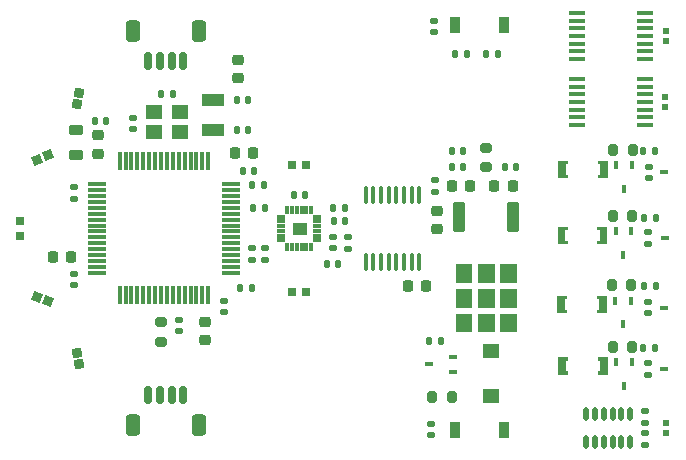
<source format=gbr>
%TF.GenerationSoftware,KiCad,Pcbnew,6.0.7-f9a2dced07~116~ubuntu20.04.1*%
%TF.CreationDate,2022-09-29T12:51:47+05:30*%
%TF.ProjectId,mushak_pcb,6d757368-616b-45f7-9063-622e6b696361,rev?*%
%TF.SameCoordinates,Original*%
%TF.FileFunction,Paste,Top*%
%TF.FilePolarity,Positive*%
%FSLAX46Y46*%
G04 Gerber Fmt 4.6, Leading zero omitted, Abs format (unit mm)*
G04 Created by KiCad (PCBNEW 6.0.7-f9a2dced07~116~ubuntu20.04.1) date 2022-09-29 12:51:47*
%MOMM*%
%LPD*%
G01*
G04 APERTURE LIST*
G04 Aperture macros list*
%AMRoundRect*
0 Rectangle with rounded corners*
0 $1 Rounding radius*
0 $2 $3 $4 $5 $6 $7 $8 $9 X,Y pos of 4 corners*
0 Add a 4 corners polygon primitive as box body*
4,1,4,$2,$3,$4,$5,$6,$7,$8,$9,$2,$3,0*
0 Add four circle primitives for the rounded corners*
1,1,$1+$1,$2,$3*
1,1,$1+$1,$4,$5*
1,1,$1+$1,$6,$7*
1,1,$1+$1,$8,$9*
0 Add four rect primitives between the rounded corners*
20,1,$1+$1,$2,$3,$4,$5,0*
20,1,$1+$1,$4,$5,$6,$7,0*
20,1,$1+$1,$6,$7,$8,$9,0*
20,1,$1+$1,$8,$9,$2,$3,0*%
%AMRotRect*
0 Rectangle, with rotation*
0 The origin of the aperture is its center*
0 $1 length*
0 $2 width*
0 $3 Rotation angle, in degrees counterclockwise*
0 Add horizontal line*
21,1,$1,$2,0,0,$3*%
G04 Aperture macros list end*
%ADD10C,0.010000*%
%ADD11RoundRect,0.135000X0.135000X0.185000X-0.135000X0.185000X-0.135000X-0.185000X0.135000X-0.185000X0*%
%ADD12R,0.600000X0.500000*%
%ADD13RoundRect,0.140000X0.170000X-0.140000X0.170000X0.140000X-0.170000X0.140000X-0.170000X-0.140000X0*%
%ADD14RoundRect,0.135000X-0.185000X0.135000X-0.185000X-0.135000X0.185000X-0.135000X0.185000X0.135000X0*%
%ADD15RoundRect,0.140000X0.140000X0.170000X-0.140000X0.170000X-0.140000X-0.170000X0.140000X-0.170000X0*%
%ADD16RoundRect,0.225000X-0.250000X0.225000X-0.250000X-0.225000X0.250000X-0.225000X0.250000X0.225000X0*%
%ADD17R,0.800000X0.700000*%
%ADD18R,0.800000X0.400000*%
%ADD19R,1.900000X1.100000*%
%ADD20RotRect,0.800000X0.800000X260.000000*%
%ADD21RoundRect,0.200000X0.200000X0.275000X-0.200000X0.275000X-0.200000X-0.275000X0.200000X-0.275000X0*%
%ADD22R,0.950000X1.400000*%
%ADD23RoundRect,0.140000X-0.170000X0.140000X-0.170000X-0.140000X0.170000X-0.140000X0.170000X0.140000X0*%
%ADD24RoundRect,0.225000X0.225000X0.250000X-0.225000X0.250000X-0.225000X-0.250000X0.225000X-0.250000X0*%
%ADD25R,0.700000X0.450000*%
%ADD26RoundRect,0.135000X0.185000X-0.135000X0.185000X0.135000X-0.185000X0.135000X-0.185000X-0.135000X0*%
%ADD27R,0.450000X0.700000*%
%ADD28RoundRect,0.135000X-0.135000X-0.185000X0.135000X-0.185000X0.135000X0.185000X-0.135000X0.185000X0*%
%ADD29RoundRect,0.147500X0.172500X-0.147500X0.172500X0.147500X-0.172500X0.147500X-0.172500X-0.147500X0*%
%ADD30RoundRect,0.140000X-0.140000X-0.170000X0.140000X-0.170000X0.140000X0.170000X-0.140000X0.170000X0*%
%ADD31RoundRect,0.150000X-0.150000X-0.625000X0.150000X-0.625000X0.150000X0.625000X-0.150000X0.625000X0*%
%ADD32RoundRect,0.250000X-0.350000X-0.650000X0.350000X-0.650000X0.350000X0.650000X-0.350000X0.650000X0*%
%ADD33R,1.470000X0.410000*%
%ADD34RoundRect,0.075000X-0.075000X0.700000X-0.075000X-0.700000X0.075000X-0.700000X0.075000X0.700000X0*%
%ADD35RoundRect,0.075000X-0.700000X0.075000X-0.700000X-0.075000X0.700000X-0.075000X0.700000X0.075000X0*%
%ADD36O,0.550000X1.150000*%
%ADD37RoundRect,0.006600X0.103400X-0.313400X0.103400X0.313400X-0.103400X0.313400X-0.103400X-0.313400X0*%
%ADD38RoundRect,0.006600X0.313400X0.103400X-0.313400X0.103400X-0.313400X-0.103400X0.313400X-0.103400X0*%
%ADD39RoundRect,0.200000X-0.275000X0.200000X-0.275000X-0.200000X0.275000X-0.200000X0.275000X0.200000X0*%
%ADD40RoundRect,0.225000X-0.225000X-0.250000X0.225000X-0.250000X0.225000X0.250000X-0.225000X0.250000X0*%
%ADD41RoundRect,0.112800X-0.357200X1.147200X-0.357200X-1.147200X0.357200X-1.147200X0.357200X1.147200X0*%
%ADD42R,1.410000X1.260000*%
%ADD43R,0.700000X0.800000*%
%ADD44RoundRect,0.218750X0.381250X-0.218750X0.381250X0.218750X-0.381250X0.218750X-0.381250X-0.218750X0*%
%ADD45RoundRect,0.147500X0.147500X0.172500X-0.147500X0.172500X-0.147500X-0.172500X0.147500X-0.172500X0*%
%ADD46RoundRect,0.200000X0.275000X-0.200000X0.275000X0.200000X-0.275000X0.200000X-0.275000X-0.200000X0*%
%ADD47R,1.400000X1.200000*%
%ADD48RoundRect,0.200000X-0.200000X-0.275000X0.200000X-0.275000X0.200000X0.275000X-0.200000X0.275000X0*%
%ADD49RotRect,0.800000X0.800000X201.500000*%
%ADD50RoundRect,0.150000X0.150000X0.625000X-0.150000X0.625000X-0.150000X-0.625000X0.150000X-0.625000X0*%
%ADD51RoundRect,0.250000X0.350000X0.650000X-0.350000X0.650000X-0.350000X-0.650000X0.350000X-0.650000X0*%
%ADD52RotRect,0.800000X0.800000X280.000000*%
%ADD53RoundRect,0.100000X-0.100000X0.637500X-0.100000X-0.637500X0.100000X-0.637500X0.100000X0.637500X0*%
%ADD54RotRect,0.800000X0.800000X338.500000*%
G04 APERTURE END LIST*
%TO.C,A4*%
G36*
X196700000Y-91450000D02*
G01*
X196500000Y-91450000D01*
X196500000Y-92450000D01*
X196700000Y-92450000D01*
X196700000Y-92650000D01*
X195950000Y-92650000D01*
X195950000Y-91250000D01*
X196700000Y-91250000D01*
X196700000Y-91450000D01*
G37*
D10*
X196700000Y-91450000D02*
X196500000Y-91450000D01*
X196500000Y-92450000D01*
X196700000Y-92450000D01*
X196700000Y-92650000D01*
X195950000Y-92650000D01*
X195950000Y-91250000D01*
X196700000Y-91250000D01*
X196700000Y-91450000D01*
G36*
X200050000Y-92650000D02*
G01*
X199300000Y-92650000D01*
X199300000Y-92450000D01*
X199500000Y-92450000D01*
X199500000Y-91450000D01*
X199300000Y-91450000D01*
X199300000Y-91250000D01*
X200050000Y-91250000D01*
X200050000Y-92650000D01*
G37*
X200050000Y-92650000D02*
X199300000Y-92650000D01*
X199300000Y-92450000D01*
X199500000Y-92450000D01*
X199500000Y-91450000D01*
X199300000Y-91450000D01*
X199300000Y-91250000D01*
X200050000Y-91250000D01*
X200050000Y-92650000D01*
%TO.C,A2*%
G36*
X200050000Y-109300000D02*
G01*
X199300000Y-109300000D01*
X199300000Y-109100000D01*
X199500000Y-109100000D01*
X199500000Y-108100000D01*
X199300000Y-108100000D01*
X199300000Y-107900000D01*
X200050000Y-107900000D01*
X200050000Y-109300000D01*
G37*
X200050000Y-109300000D02*
X199300000Y-109300000D01*
X199300000Y-109100000D01*
X199500000Y-109100000D01*
X199500000Y-108100000D01*
X199300000Y-108100000D01*
X199300000Y-107900000D01*
X200050000Y-107900000D01*
X200050000Y-109300000D01*
G36*
X196700000Y-108100000D02*
G01*
X196500000Y-108100000D01*
X196500000Y-109100000D01*
X196700000Y-109100000D01*
X196700000Y-109300000D01*
X195950000Y-109300000D01*
X195950000Y-107900000D01*
X196700000Y-107900000D01*
X196700000Y-108100000D01*
G37*
X196700000Y-108100000D02*
X196500000Y-108100000D01*
X196500000Y-109100000D01*
X196700000Y-109100000D01*
X196700000Y-109300000D01*
X195950000Y-109300000D01*
X195950000Y-107900000D01*
X196700000Y-107900000D01*
X196700000Y-108100000D01*
%TO.C,U5*%
G36*
X174540000Y-97485000D02*
G01*
X173460000Y-97485000D01*
X173460000Y-96515000D01*
X174540000Y-96515000D01*
X174540000Y-97485000D01*
G37*
X174540000Y-97485000D02*
X173460000Y-97485000D01*
X173460000Y-96515000D01*
X174540000Y-96515000D01*
X174540000Y-97485000D01*
%TO.C,U1*%
G36*
X190455000Y-105710000D02*
G01*
X189145000Y-105710000D01*
X189145000Y-104210000D01*
X190455000Y-104210000D01*
X190455000Y-105710000D01*
G37*
X190455000Y-105710000D02*
X189145000Y-105710000D01*
X189145000Y-104210000D01*
X190455000Y-104210000D01*
X190455000Y-105710000D01*
G36*
X188565000Y-103630000D02*
G01*
X187255000Y-103630000D01*
X187255000Y-102130000D01*
X188565000Y-102130000D01*
X188565000Y-103630000D01*
G37*
X188565000Y-103630000D02*
X187255000Y-103630000D01*
X187255000Y-102130000D01*
X188565000Y-102130000D01*
X188565000Y-103630000D01*
G36*
X192345000Y-101550000D02*
G01*
X191035000Y-101550000D01*
X191035000Y-100050000D01*
X192345000Y-100050000D01*
X192345000Y-101550000D01*
G37*
X192345000Y-101550000D02*
X191035000Y-101550000D01*
X191035000Y-100050000D01*
X192345000Y-100050000D01*
X192345000Y-101550000D01*
G36*
X192345000Y-103630000D02*
G01*
X191035000Y-103630000D01*
X191035000Y-102130000D01*
X192345000Y-102130000D01*
X192345000Y-103630000D01*
G37*
X192345000Y-103630000D02*
X191035000Y-103630000D01*
X191035000Y-102130000D01*
X192345000Y-102130000D01*
X192345000Y-103630000D01*
G36*
X190455000Y-103630000D02*
G01*
X189145000Y-103630000D01*
X189145000Y-102130000D01*
X190455000Y-102130000D01*
X190455000Y-103630000D01*
G37*
X190455000Y-103630000D02*
X189145000Y-103630000D01*
X189145000Y-102130000D01*
X190455000Y-102130000D01*
X190455000Y-103630000D01*
G36*
X190455000Y-101550000D02*
G01*
X189145000Y-101550000D01*
X189145000Y-100050000D01*
X190455000Y-100050000D01*
X190455000Y-101550000D01*
G37*
X190455000Y-101550000D02*
X189145000Y-101550000D01*
X189145000Y-100050000D01*
X190455000Y-100050000D01*
X190455000Y-101550000D01*
G36*
X188565000Y-105710000D02*
G01*
X187255000Y-105710000D01*
X187255000Y-104210000D01*
X188565000Y-104210000D01*
X188565000Y-105710000D01*
G37*
X188565000Y-105710000D02*
X187255000Y-105710000D01*
X187255000Y-104210000D01*
X188565000Y-104210000D01*
X188565000Y-105710000D01*
G36*
X192345000Y-105710000D02*
G01*
X191035000Y-105710000D01*
X191035000Y-104210000D01*
X192345000Y-104210000D01*
X192345000Y-105710000D01*
G37*
X192345000Y-105710000D02*
X191035000Y-105710000D01*
X191035000Y-104210000D01*
X192345000Y-104210000D01*
X192345000Y-105710000D01*
G36*
X188565000Y-101550000D02*
G01*
X187255000Y-101550000D01*
X187255000Y-100050000D01*
X188565000Y-100050000D01*
X188565000Y-101550000D01*
G37*
X188565000Y-101550000D02*
X187255000Y-101550000D01*
X187255000Y-100050000D01*
X188565000Y-100050000D01*
X188565000Y-101550000D01*
%TO.C,A3*%
G36*
X200000000Y-98250000D02*
G01*
X199250000Y-98250000D01*
X199250000Y-98050000D01*
X199450000Y-98050000D01*
X199450000Y-97050000D01*
X199250000Y-97050000D01*
X199250000Y-96850000D01*
X200000000Y-96850000D01*
X200000000Y-98250000D01*
G37*
X200000000Y-98250000D02*
X199250000Y-98250000D01*
X199250000Y-98050000D01*
X199450000Y-98050000D01*
X199450000Y-97050000D01*
X199250000Y-97050000D01*
X199250000Y-96850000D01*
X200000000Y-96850000D01*
X200000000Y-98250000D01*
G36*
X196650000Y-97050000D02*
G01*
X196450000Y-97050000D01*
X196450000Y-98050000D01*
X196650000Y-98050000D01*
X196650000Y-98250000D01*
X195900000Y-98250000D01*
X195900000Y-96850000D01*
X196650000Y-96850000D01*
X196650000Y-97050000D01*
G37*
X196650000Y-97050000D02*
X196450000Y-97050000D01*
X196450000Y-98050000D01*
X196650000Y-98050000D01*
X196650000Y-98250000D01*
X195900000Y-98250000D01*
X195900000Y-96850000D01*
X196650000Y-96850000D01*
X196650000Y-97050000D01*
%TO.C,A1*%
G36*
X199950000Y-104100000D02*
G01*
X199200000Y-104100000D01*
X199200000Y-103900000D01*
X199400000Y-103900000D01*
X199400000Y-102900000D01*
X199200000Y-102900000D01*
X199200000Y-102700000D01*
X199950000Y-102700000D01*
X199950000Y-104100000D01*
G37*
X199950000Y-104100000D02*
X199200000Y-104100000D01*
X199200000Y-103900000D01*
X199400000Y-103900000D01*
X199400000Y-102900000D01*
X199200000Y-102900000D01*
X199200000Y-102700000D01*
X199950000Y-102700000D01*
X199950000Y-104100000D01*
G36*
X196600000Y-102900000D02*
G01*
X196400000Y-102900000D01*
X196400000Y-103900000D01*
X196600000Y-103900000D01*
X196600000Y-104100000D01*
X195850000Y-104100000D01*
X195850000Y-102700000D01*
X196600000Y-102700000D01*
X196600000Y-102900000D01*
G37*
X196600000Y-102900000D02*
X196400000Y-102900000D01*
X196400000Y-103900000D01*
X196600000Y-103900000D01*
X196600000Y-104100000D01*
X195850000Y-104100000D01*
X195850000Y-102700000D01*
X196600000Y-102700000D01*
X196600000Y-102900000D01*
%TD*%
D11*
%TO.C,R31*%
X186010000Y-106550000D03*
X184990000Y-106550000D03*
%TD*%
%TO.C,R30*%
X204160000Y-90425000D03*
X203140000Y-90425000D03*
%TD*%
%TO.C,R29*%
X204210000Y-96100000D03*
X203190000Y-96100000D03*
%TD*%
%TO.C,R28*%
X203140000Y-107100000D03*
X204160000Y-107100000D03*
%TD*%
%TO.C,R27*%
X203165000Y-101875000D03*
X204185000Y-101875000D03*
%TD*%
%TO.C,R26*%
X171110000Y-95250000D03*
X170090000Y-95250000D03*
%TD*%
D12*
%TO.C,J4*%
X204950000Y-86700000D03*
X204950000Y-85900000D03*
%TD*%
D13*
%TO.C,C6*%
X203550000Y-109380000D03*
X203550000Y-108420000D03*
%TD*%
D14*
%TO.C,R15*%
X203250000Y-114290000D03*
X203250000Y-115310000D03*
%TD*%
D15*
%TO.C,C11*%
X163280000Y-85600000D03*
X162320000Y-85600000D03*
%TD*%
D16*
%TO.C,C2*%
X166000000Y-104925000D03*
X166000000Y-106475000D03*
%TD*%
D17*
%TO.C,J11*%
X174600000Y-91650000D03*
X173400000Y-91650000D03*
%TD*%
D18*
%TO.C,J8*%
X204950000Y-97850000D03*
%TD*%
D19*
%TO.C,Y2*%
X166700000Y-88650000D03*
X166700000Y-86150000D03*
%TD*%
D20*
%TO.C,J16*%
X155163176Y-86492404D03*
X155336824Y-85507596D03*
%TD*%
D21*
%TO.C,R12*%
X202175000Y-107000000D03*
X200525000Y-107000000D03*
%TD*%
D14*
%TO.C,R20*%
X178100000Y-97690000D03*
X178100000Y-98710000D03*
%TD*%
D22*
%TO.C,SW2*%
X187225000Y-114100000D03*
X191375000Y-114100000D03*
%TD*%
D18*
%TO.C,J7*%
X204900000Y-108900000D03*
%TD*%
D23*
%TO.C,C9*%
X154900000Y-100820000D03*
X154900000Y-101780000D03*
%TD*%
D24*
%TO.C,C8*%
X192075000Y-93400000D03*
X190525000Y-93400000D03*
%TD*%
D17*
%TO.C,J13*%
X173400000Y-102350000D03*
X174600000Y-102350000D03*
%TD*%
D25*
%TO.C,Q1*%
X187000000Y-109150000D03*
X187000000Y-107850000D03*
X185000000Y-108500000D03*
%TD*%
D13*
%TO.C,C15*%
X159900000Y-88580000D03*
X159900000Y-87620000D03*
%TD*%
%TO.C,C37*%
X203600000Y-92730000D03*
X203600000Y-91770000D03*
%TD*%
D16*
%TO.C,C19*%
X157000000Y-89125000D03*
X157000000Y-90675000D03*
%TD*%
D26*
%TO.C,R14*%
X203250000Y-113510000D03*
X203250000Y-112490000D03*
%TD*%
D27*
%TO.C,Q3*%
X202150000Y-108300000D03*
X200850000Y-108300000D03*
X201500000Y-110300000D03*
%TD*%
D28*
%TO.C,R3*%
X189790000Y-82200000D03*
X190810000Y-82200000D03*
%TD*%
D11*
%TO.C,R2*%
X188210000Y-82200000D03*
X187190000Y-82200000D03*
%TD*%
D23*
%TO.C,C10*%
X167600000Y-103120000D03*
X167600000Y-104080000D03*
%TD*%
D29*
%TO.C,D6*%
X163800000Y-105685000D03*
X163800000Y-104715000D03*
%TD*%
D15*
%TO.C,C32*%
X177880000Y-96400000D03*
X176920000Y-96400000D03*
%TD*%
D18*
%TO.C,J6*%
X204900000Y-103700000D03*
%TD*%
D30*
%TO.C,C16*%
X169220000Y-92100000D03*
X170180000Y-92100000D03*
%TD*%
D31*
%TO.C,J3*%
X161200000Y-82825000D03*
X162200000Y-82825000D03*
X163200000Y-82825000D03*
X164200000Y-82825000D03*
D32*
X165500000Y-80300000D03*
X159900000Y-80300000D03*
%TD*%
D14*
%TO.C,R17*%
X170000000Y-98690000D03*
X170000000Y-99710000D03*
%TD*%
D27*
%TO.C,Q2*%
X202050000Y-103100000D03*
X200750000Y-103100000D03*
X201400000Y-105100000D03*
%TD*%
D21*
%TO.C,R7*%
X202125000Y-101800000D03*
X200475000Y-101800000D03*
%TD*%
D33*
%TO.C,U7*%
X203295000Y-82650000D03*
X203295000Y-82000000D03*
X203295000Y-81350000D03*
X203295000Y-80700000D03*
X203295000Y-80050000D03*
X203295000Y-79400000D03*
X203295000Y-78750000D03*
X197555000Y-78750000D03*
X197555000Y-79400000D03*
X197555000Y-80050000D03*
X197555000Y-80700000D03*
X197555000Y-81350000D03*
X197555000Y-82000000D03*
X197555000Y-82650000D03*
%TD*%
D13*
%TO.C,C3*%
X185400000Y-80380000D03*
X185400000Y-79420000D03*
%TD*%
D27*
%TO.C,Q4*%
X202100000Y-97250000D03*
X200800000Y-97250000D03*
X201450000Y-99250000D03*
%TD*%
D34*
%TO.C,U6*%
X166300000Y-91325000D03*
X165800000Y-91325000D03*
X165300000Y-91325000D03*
X164800000Y-91325000D03*
X164300000Y-91325000D03*
X163800000Y-91325000D03*
X163300000Y-91325000D03*
X162800000Y-91325000D03*
X162300000Y-91325000D03*
X161800000Y-91325000D03*
X161300000Y-91325000D03*
X160800000Y-91325000D03*
X160300000Y-91325000D03*
X159800000Y-91325000D03*
X159300000Y-91325000D03*
X158800000Y-91325000D03*
D35*
X156875000Y-93250000D03*
X156875000Y-93750000D03*
X156875000Y-94250000D03*
X156875000Y-94750000D03*
X156875000Y-95250000D03*
X156875000Y-95750000D03*
X156875000Y-96250000D03*
X156875000Y-96750000D03*
X156875000Y-97250000D03*
X156875000Y-97750000D03*
X156875000Y-98250000D03*
X156875000Y-98750000D03*
X156875000Y-99250000D03*
X156875000Y-99750000D03*
X156875000Y-100250000D03*
X156875000Y-100750000D03*
D34*
X158800000Y-102675000D03*
X159300000Y-102675000D03*
X159800000Y-102675000D03*
X160300000Y-102675000D03*
X160800000Y-102675000D03*
X161300000Y-102675000D03*
X161800000Y-102675000D03*
X162300000Y-102675000D03*
X162800000Y-102675000D03*
X163300000Y-102675000D03*
X163800000Y-102675000D03*
X164300000Y-102675000D03*
X164800000Y-102675000D03*
X165300000Y-102675000D03*
X165800000Y-102675000D03*
X166300000Y-102675000D03*
D35*
X168225000Y-100750000D03*
X168225000Y-100250000D03*
X168225000Y-99750000D03*
X168225000Y-99250000D03*
X168225000Y-98750000D03*
X168225000Y-98250000D03*
X168225000Y-97750000D03*
X168225000Y-97250000D03*
X168225000Y-96750000D03*
X168225000Y-96250000D03*
X168225000Y-95750000D03*
X168225000Y-95250000D03*
X168225000Y-94750000D03*
X168225000Y-94250000D03*
X168225000Y-93750000D03*
X168225000Y-93250000D03*
%TD*%
D30*
%TO.C,C21*%
X168700000Y-86150000D03*
X169660000Y-86150000D03*
%TD*%
%TO.C,C14*%
X170020000Y-93300000D03*
X170980000Y-93300000D03*
%TD*%
D33*
%TO.C,U2*%
X203295000Y-88250000D03*
X203295000Y-87600000D03*
X203295000Y-86950000D03*
X203295000Y-86300000D03*
X203295000Y-85650000D03*
X203295000Y-85000000D03*
X203295000Y-84350000D03*
X197555000Y-84350000D03*
X197555000Y-85000000D03*
X197555000Y-85650000D03*
X197555000Y-86300000D03*
X197555000Y-86950000D03*
X197555000Y-87600000D03*
X197555000Y-88250000D03*
%TD*%
D36*
%TO.C,U4*%
X198275000Y-115100000D03*
X199025000Y-115100000D03*
X199775000Y-115100000D03*
X200525000Y-115100000D03*
X201275000Y-115100000D03*
X202025000Y-115100000D03*
X202025000Y-112700000D03*
X201275000Y-112700000D03*
X200525000Y-112700000D03*
X199775000Y-112700000D03*
X199025000Y-112700000D03*
X198275000Y-112700000D03*
%TD*%
D15*
%TO.C,C33*%
X174480000Y-94200000D03*
X173520000Y-94200000D03*
%TD*%
D37*
%TO.C,U5*%
X173000000Y-98545000D03*
X173400000Y-98545000D03*
X173800000Y-98545000D03*
X174200000Y-98545000D03*
X174600000Y-98545000D03*
X175000000Y-98545000D03*
D38*
X175545000Y-98000000D03*
X175545000Y-97600000D03*
X175545000Y-97200000D03*
X175545000Y-96800000D03*
X175545000Y-96400000D03*
X175545000Y-96000000D03*
D37*
X175000000Y-95455000D03*
X174600000Y-95455000D03*
X174200000Y-95455000D03*
X173800000Y-95455000D03*
X173400000Y-95455000D03*
X173000000Y-95455000D03*
D38*
X172455000Y-96000000D03*
X172455000Y-96400000D03*
X172455000Y-96800000D03*
X172455000Y-97200000D03*
X172455000Y-97600000D03*
X172455000Y-98000000D03*
%TD*%
D15*
%TO.C,C24*%
X192380000Y-91800000D03*
X191420000Y-91800000D03*
%TD*%
D39*
%TO.C,R21*%
X162300000Y-104925000D03*
X162300000Y-106575000D03*
%TD*%
D16*
%TO.C,C12*%
X168800000Y-82725000D03*
X168800000Y-84275000D03*
%TD*%
%TO.C,C27*%
X185700000Y-95525000D03*
X185700000Y-97075000D03*
%TD*%
D13*
%TO.C,C4*%
X185200000Y-114480000D03*
X185200000Y-113520000D03*
%TD*%
D40*
%TO.C,C28*%
X183225000Y-101900000D03*
X184775000Y-101900000D03*
%TD*%
D15*
%TO.C,C17*%
X157655000Y-87875000D03*
X156695000Y-87875000D03*
%TD*%
D13*
%TO.C,C7*%
X154900000Y-94480000D03*
X154900000Y-93520000D03*
%TD*%
D27*
%TO.C,Q5*%
X202150000Y-91650000D03*
X200850000Y-91650000D03*
X201500000Y-93650000D03*
%TD*%
D30*
%TO.C,C25*%
X186920000Y-91800000D03*
X187880000Y-91800000D03*
%TD*%
D40*
%TO.C,C13*%
X186925000Y-93400000D03*
X188475000Y-93400000D03*
%TD*%
%TO.C,C18*%
X168525000Y-90600000D03*
X170075000Y-90600000D03*
%TD*%
D30*
%TO.C,C20*%
X168710000Y-88640000D03*
X169670000Y-88640000D03*
%TD*%
D21*
%TO.C,R24*%
X202225000Y-90350000D03*
X200575000Y-90350000D03*
%TD*%
D41*
%TO.C,U1*%
X192080000Y-96060000D03*
X187520000Y-96060000D03*
%TD*%
D26*
%TO.C,R25*%
X185500000Y-93910000D03*
X185500000Y-92890000D03*
%TD*%
D24*
%TO.C,C1*%
X154675000Y-99400000D03*
X153125000Y-99400000D03*
%TD*%
D13*
%TO.C,C5*%
X203500000Y-104180000D03*
X203500000Y-103220000D03*
%TD*%
D42*
%TO.C,BZ1*%
X190200000Y-111225000D03*
X190200000Y-107375000D03*
%TD*%
D12*
%TO.C,J17*%
X205050000Y-114300000D03*
X205050000Y-113500000D03*
%TD*%
D43*
%TO.C,J15*%
X150400000Y-96400000D03*
X150400000Y-97600000D03*
%TD*%
D44*
%TO.C,FB1*%
X155100000Y-90762500D03*
X155100000Y-88637500D03*
%TD*%
D45*
%TO.C,D1*%
X187885000Y-90400000D03*
X186915000Y-90400000D03*
%TD*%
D46*
%TO.C,R4*%
X189800000Y-91825000D03*
X189800000Y-90175000D03*
%TD*%
D47*
%TO.C,Y1*%
X163900000Y-87150000D03*
X161700000Y-87150000D03*
X161700000Y-88850000D03*
X163900000Y-88850000D03*
%TD*%
D21*
%TO.C,R23*%
X202175000Y-95950000D03*
X200525000Y-95950000D03*
%TD*%
D22*
%TO.C,SW1*%
X187225000Y-79800000D03*
X191375000Y-79800000D03*
%TD*%
D12*
%TO.C,J5*%
X205070000Y-81100000D03*
X205070000Y-80300000D03*
%TD*%
D28*
%TO.C,R18*%
X176890000Y-95300000D03*
X177910000Y-95300000D03*
%TD*%
D13*
%TO.C,C36*%
X203550000Y-98280000D03*
X203550000Y-97320000D03*
%TD*%
D48*
%TO.C,R1*%
X185275000Y-111300000D03*
X186925000Y-111300000D03*
%TD*%
D49*
%TO.C,J14*%
X151784791Y-91183251D03*
X152715209Y-90816749D03*
%TD*%
D50*
%TO.C,J1*%
X164200000Y-111075000D03*
X163200000Y-111075000D03*
X162200000Y-111075000D03*
X161200000Y-111075000D03*
D51*
X165500000Y-113600000D03*
X159900000Y-113600000D03*
%TD*%
D15*
%TO.C,C26*%
X177280000Y-100000000D03*
X176320000Y-100000000D03*
%TD*%
D23*
%TO.C,C31*%
X176900000Y-97720000D03*
X176900000Y-98680000D03*
%TD*%
D52*
%TO.C,J10*%
X155386824Y-108492404D03*
X155213176Y-107507596D03*
%TD*%
D28*
%TO.C,R19*%
X168990000Y-102000000D03*
X170010000Y-102000000D03*
%TD*%
D53*
%TO.C,U3*%
X184175000Y-94137500D03*
X183525000Y-94137500D03*
X182875000Y-94137500D03*
X182225000Y-94137500D03*
X181575000Y-94137500D03*
X180925000Y-94137500D03*
X180275000Y-94137500D03*
X179625000Y-94137500D03*
X179625000Y-99862500D03*
X180275000Y-99862500D03*
X180925000Y-99862500D03*
X181575000Y-99862500D03*
X182225000Y-99862500D03*
X182875000Y-99862500D03*
X183525000Y-99862500D03*
X184175000Y-99862500D03*
%TD*%
D14*
%TO.C,R16*%
X171100000Y-98690000D03*
X171100000Y-99710000D03*
%TD*%
D18*
%TO.C,J9*%
X204900000Y-92250000D03*
%TD*%
D54*
%TO.C,J12*%
X152715209Y-103183251D03*
X151784791Y-102816749D03*
%TD*%
M02*

</source>
